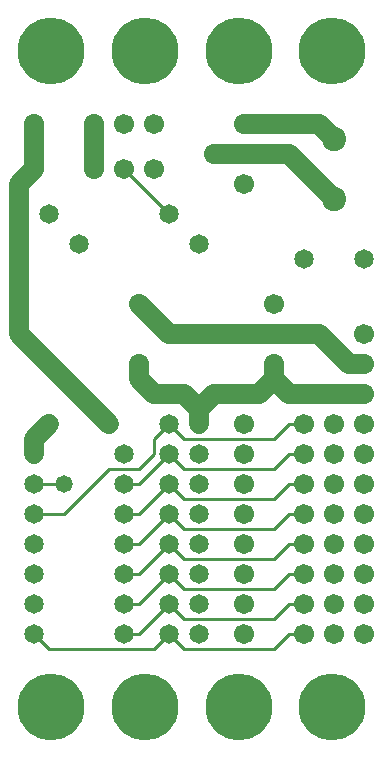
<source format=gbl>
%MOIN*%
%FSLAX25Y25*%
G04 D10 used for Character Trace; *
G04     Circle (OD=.01000) (No hole)*
G04 D11 used for Power Trace; *
G04     Circle (OD=.06700) (No hole)*
G04 D12 used for Signal Trace; *
G04     Circle (OD=.01100) (No hole)*
G04 D13 used for Via; *
G04     Circle (OD=.05800) (Round. Hole ID=.02800)*
G04 D14 used for Component hole; *
G04     Circle (OD=.06500) (Round. Hole ID=.03500)*
G04 D15 used for Component hole; *
G04     Circle (OD=.06700) (Round. Hole ID=.04300)*
G04 D16 used for Component hole; *
G04     Circle (OD=.08100) (Round. Hole ID=.05100)*
G04 D17 used for Component hole; *
G04     Circle (OD=.08900) (Round. Hole ID=.05900)*
G04 D18 used for Component hole; *
G04     Circle (OD=.11300) (Round. Hole ID=.08300)*
G04 D19 used for Component hole; *
G04     Circle (OD=.16000) (Round. Hole ID=.13000)*
G04 D20 used for Component hole; *
G04     Circle (OD=.18300) (Round. Hole ID=.15300)*
G04 D21 used for Component hole; *
G04     Circle (OD=.22291) (Round. Hole ID=.19291)*
%ADD10C,.01000*%
%ADD11C,.06700*%
%ADD12C,.01100*%
%ADD13C,.05800*%
%ADD14C,.06500*%
%ADD15C,.06700*%
%ADD16C,.08100*%
%ADD17C,.08900*%
%ADD18C,.11300*%
%ADD19C,.16000*%
%ADD20C,.18300*%
%ADD21C,.22291*%
%IPPOS*%
%LPD*%
G90*X0Y0D02*D21*X15625Y15625D03*D12*              
X15000Y35000D02*X50000D01*X55000Y40000D01*D14*D03*
D12*X60000Y35000D01*X90000D01*X95000Y40000D01*    
X100000D01*D15*D03*X110000Y50000D03*D12*          
X60000Y45000D02*X90000D01*X60000D02*              
X55000Y50000D01*D14*D03*D12*X45000Y40000D01*      
X40000D01*D14*D03*D12*Y50000D02*X45000D01*D14*    
X40000D03*D12*X45000D02*X55000Y60000D01*D14*D03*  
D12*X60000Y55000D01*X90000D01*X95000Y60000D01*    
X100000D01*D15*D03*X110000Y70000D03*D12*          
X60000Y65000D02*X90000D01*X60000D02*              
X55000Y70000D01*D14*D03*D12*X45000Y60000D01*      
X40000D01*D14*D03*D12*Y70000D02*X45000D01*D14*    
X40000D03*D12*X45000D02*X55000Y80000D01*D14*D03*  
D12*X60000Y75000D01*X90000D01*X95000Y80000D01*    
X100000D01*D15*D03*X110000Y90000D03*D12*          
X60000Y85000D02*X90000D01*X60000D02*              
X55000Y90000D01*D14*D03*D12*X45000Y80000D01*      
X40000D01*D14*D03*D12*Y90000D02*X45000D01*D14*    
X40000D03*D12*X35000Y95000D02*X45000D01*          
X20000Y80000D02*X35000Y95000D01*X10000Y80000D02*  
X20000D01*D14*X10000D03*D13*X20000Y90000D03*D12*  
X10000D01*D14*D03*Y100000D03*D11*Y105000D01*      
X15000Y110000D01*D14*D03*X35000D03*D11*           
X5000Y140000D01*Y190000D01*X10000Y195000D01*D15*  
D03*D11*Y210000D01*D15*D03*X30000Y195000D03*D11*  
Y210000D01*D15*D03*X40000D03*Y195000D03*D12*      
X55000Y180000D01*D14*D03*X65000Y170000D03*D15*    
X50000Y195000D03*X70000Y200000D03*D11*X95000D01*  
X110000Y185000D01*D16*D03*D14*X100000Y165000D03*  
D16*X110000Y205000D03*D11*X105000Y210000D01*      
X80000D01*D15*D03*Y190000D03*D21*X78125Y234375D03*
D15*X50000Y210000D03*D21*X109375Y234375D03*       
X46875D03*D14*X120000Y165000D03*X25000Y170000D03* 
D15*X45000Y150000D03*D11*X55000Y140000D01*        
X90000D01*D15*D03*D11*X105000D01*                 
X115000Y130000D01*X120000D01*D15*D03*Y140000D03*  
Y120000D03*D11*X95000D01*X90000Y125000D01*        
X85000Y120000D01*X70000D01*X65000Y115000D01*      
Y110000D01*D14*D03*D12*X60000Y105000D02*X90000D01*
X95000Y110000D01*X100000D01*D15*D03*              
X110000Y100000D03*D12*X90000Y95000D02*            
X95000Y100000D01*X60000Y95000D02*X90000D01*       
X60000D02*X55000Y100000D01*D14*D03*D12*           
X45000Y90000D01*Y95000D02*X50000Y100000D01*       
Y105000D01*X55000Y110000D01*D14*D03*D12*          
X60000Y105000D01*D14*X65000Y100000D03*D11*        
Y115000D02*X60000Y120000D01*X50000D01*            
X45000Y125000D01*Y130000D01*D15*D03*D14*          
X40000Y100000D03*D15*X80000D03*Y110000D03*D14*    
X65000Y90000D03*D15*X80000D03*D12*X90000Y85000D02*
X95000Y90000D01*X100000D01*D15*D03*               
X110000Y80000D03*X100000Y100000D03*D12*X95000D01* 
D15*X110000Y110000D03*X80000Y80000D03*X120000D03* 
Y90000D03*Y100000D03*D11*X90000Y125000D02*        
Y130000D01*D15*D03*Y150000D03*X120000Y110000D03*  
D14*X65000Y80000D03*Y70000D03*D15*X80000D03*D12*  
X90000Y65000D02*X95000Y70000D01*X100000D01*D15*   
D03*X110000Y60000D03*X120000Y50000D03*X80000D03*  
X120000Y60000D03*D12*X90000Y45000D02*             
X95000Y50000D01*X100000D01*D15*D03*               
X110000Y40000D03*X120000Y70000D03*Y40000D03*      
X80000Y60000D03*Y40000D03*D21*X78125Y15625D03*D14*
X65000Y60000D03*Y50000D03*Y40000D03*D21*          
X109375Y15625D03*X46875D03*D12*X15000Y35000D02*   
X10000Y40000D01*D14*D03*Y50000D03*Y60000D03*      
Y70000D03*X15000Y180000D03*D21*X15625Y234375D03*  
M02*                                              

</source>
